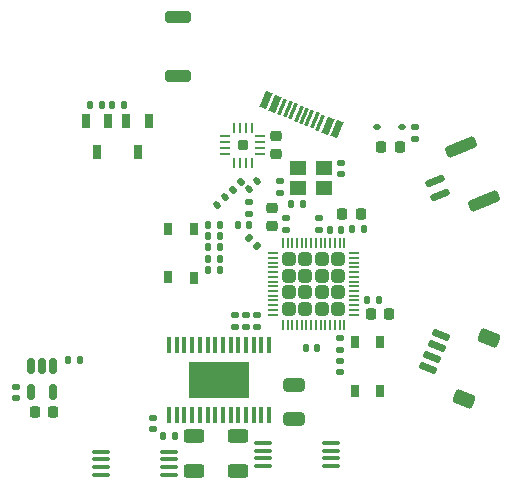
<source format=gtp>
G04 #@! TF.GenerationSoftware,KiCad,Pcbnew,(7.0.0)*
G04 #@! TF.CreationDate,2023-03-23T23:46:18+08:00*
G04 #@! TF.ProjectId,ServoLess,53657276-6f4c-4657-9373-2e6b69636164,rev?*
G04 #@! TF.SameCoordinates,Original*
G04 #@! TF.FileFunction,Paste,Top*
G04 #@! TF.FilePolarity,Positive*
%FSLAX46Y46*%
G04 Gerber Fmt 4.6, Leading zero omitted, Abs format (unit mm)*
G04 Created by KiCad (PCBNEW (7.0.0)) date 2023-03-23 23:46:18*
%MOMM*%
%LPD*%
G01*
G04 APERTURE LIST*
G04 Aperture macros list*
%AMRoundRect*
0 Rectangle with rounded corners*
0 $1 Rounding radius*
0 $2 $3 $4 $5 $6 $7 $8 $9 X,Y pos of 4 corners*
0 Add a 4 corners polygon primitive as box body*
4,1,4,$2,$3,$4,$5,$6,$7,$8,$9,$2,$3,0*
0 Add four circle primitives for the rounded corners*
1,1,$1+$1,$2,$3*
1,1,$1+$1,$4,$5*
1,1,$1+$1,$6,$7*
1,1,$1+$1,$8,$9*
0 Add four rect primitives between the rounded corners*
20,1,$1+$1,$2,$3,$4,$5,0*
20,1,$1+$1,$4,$5,$6,$7,0*
20,1,$1+$1,$6,$7,$8,$9,0*
20,1,$1+$1,$8,$9,$2,$3,0*%
%AMRotRect*
0 Rectangle, with rotation*
0 The origin of the aperture is its center*
0 $1 length*
0 $2 width*
0 $3 Rotation angle, in degrees counterclockwise*
0 Add horizontal line*
21,1,$1,$2,0,0,$3*%
G04 Aperture macros list end*
%ADD10RoundRect,0.147500X-0.147500X-0.172500X0.147500X-0.172500X0.147500X0.172500X-0.147500X0.172500X0*%
%ADD11RoundRect,0.150000X-0.150000X0.512500X-0.150000X-0.512500X0.150000X-0.512500X0.150000X0.512500X0*%
%ADD12RoundRect,0.135000X-0.185000X0.135000X-0.185000X-0.135000X0.185000X-0.135000X0.185000X0.135000X0*%
%ADD13R,1.400000X1.200000*%
%ADD14RoundRect,0.135000X0.135000X0.185000X-0.135000X0.185000X-0.135000X-0.185000X0.135000X-0.185000X0*%
%ADD15RoundRect,0.150000X0.520022X-0.377759X0.634827X-0.100595X-0.520022X0.377759X-0.634827X0.100595X0*%
%ADD16RoundRect,0.250000X0.466582X-0.572102X0.734461X0.074614X-0.466582X0.572102X-0.734461X-0.074614X0*%
%ADD17RoundRect,0.218750X-0.218750X-0.256250X0.218750X-0.256250X0.218750X0.256250X-0.218750X0.256250X0*%
%ADD18RoundRect,0.140000X0.170000X-0.140000X0.170000X0.140000X-0.170000X0.140000X-0.170000X-0.140000X0*%
%ADD19RoundRect,0.225000X0.250000X-0.225000X0.250000X0.225000X-0.250000X0.225000X-0.250000X-0.225000X0*%
%ADD20R,0.650000X1.050000*%
%ADD21RotRect,0.600000X1.450000X157.500000*%
%ADD22RotRect,0.300000X1.450000X157.500000*%
%ADD23RoundRect,0.140000X0.021213X-0.219203X0.219203X-0.021213X-0.021213X0.219203X-0.219203X0.021213X0*%
%ADD24RoundRect,0.135000X-0.135000X-0.185000X0.135000X-0.185000X0.135000X0.185000X-0.135000X0.185000X0*%
%ADD25RoundRect,0.140000X-0.140000X-0.170000X0.140000X-0.170000X0.140000X0.170000X-0.140000X0.170000X0*%
%ADD26RoundRect,0.147500X0.017678X-0.226274X0.226274X-0.017678X-0.017678X0.226274X-0.226274X0.017678X0*%
%ADD27R,0.650000X1.220000*%
%ADD28RoundRect,0.150000X0.704118X0.129296X0.589313X0.406460X-0.704118X-0.129296X-0.589313X-0.406460X0*%
%ADD29RoundRect,0.250000X1.111938X0.189982X0.920597X0.651922X-1.111938X-0.189982X-0.920597X-0.651922X0*%
%ADD30RoundRect,0.147500X-0.172500X0.147500X-0.172500X-0.147500X0.172500X-0.147500X0.172500X0.147500X0*%
%ADD31RoundRect,0.140000X-0.021213X0.219203X-0.219203X0.021213X0.021213X-0.219203X0.219203X-0.021213X0*%
%ADD32RoundRect,0.140000X0.140000X0.170000X-0.140000X0.170000X-0.140000X-0.170000X0.140000X-0.170000X0*%
%ADD33RoundRect,0.222500X0.222500X0.222500X-0.222500X0.222500X-0.222500X-0.222500X0.222500X-0.222500X0*%
%ADD34RoundRect,0.062500X0.325000X0.062500X-0.325000X0.062500X-0.325000X-0.062500X0.325000X-0.062500X0*%
%ADD35RoundRect,0.062500X0.062500X0.325000X-0.062500X0.325000X-0.062500X-0.325000X0.062500X-0.325000X0*%
%ADD36RoundRect,0.250000X0.850000X0.250000X-0.850000X0.250000X-0.850000X-0.250000X0.850000X-0.250000X0*%
%ADD37RoundRect,0.225000X0.225000X0.250000X-0.225000X0.250000X-0.225000X-0.250000X0.225000X-0.250000X0*%
%ADD38RoundRect,0.100000X0.637500X0.100000X-0.637500X0.100000X-0.637500X-0.100000X0.637500X-0.100000X0*%
%ADD39RoundRect,0.250000X-0.625000X0.312500X-0.625000X-0.312500X0.625000X-0.312500X0.625000X0.312500X0*%
%ADD40RoundRect,0.135000X0.185000X-0.135000X0.185000X0.135000X-0.185000X0.135000X-0.185000X-0.135000X0*%
%ADD41RoundRect,0.140000X-0.170000X0.140000X-0.170000X-0.140000X0.170000X-0.140000X0.170000X0.140000X0*%
%ADD42RoundRect,0.225000X-0.225000X-0.250000X0.225000X-0.250000X0.225000X0.250000X-0.225000X0.250000X0*%
%ADD43R,0.449999X1.400000*%
%ADD44R,5.180000X3.099999*%
%ADD45RoundRect,0.250000X-0.650000X0.325000X-0.650000X-0.325000X0.650000X-0.325000X0.650000X0.325000X0*%
%ADD46RoundRect,0.250000X-0.315000X-0.315000X0.315000X-0.315000X0.315000X0.315000X-0.315000X0.315000X0*%
%ADD47RoundRect,0.050000X-0.387500X-0.050000X0.387500X-0.050000X0.387500X0.050000X-0.387500X0.050000X0*%
%ADD48RoundRect,0.050000X-0.050000X-0.387500X0.050000X-0.387500X0.050000X0.387500X-0.050000X0.387500X0*%
%ADD49RoundRect,0.112500X0.187500X0.112500X-0.187500X0.112500X-0.187500X-0.112500X0.187500X-0.112500X0*%
%ADD50RoundRect,0.100000X-0.637500X-0.100000X0.637500X-0.100000X0.637500X0.100000X-0.637500X0.100000X0*%
%ADD51RoundRect,0.147500X-0.226274X-0.017678X-0.017678X-0.226274X0.226274X0.017678X0.017678X0.226274X0*%
G04 APERTURE END LIST*
D10*
X144265000Y-84600000D03*
X145235000Y-84600000D03*
D11*
X124100000Y-98312500D03*
X123150000Y-98312500D03*
X122200000Y-98312500D03*
X122200000Y-100587500D03*
X124100000Y-100587500D03*
D12*
X141400000Y-94015000D03*
X141400000Y-95035000D03*
D13*
X144799999Y-83249999D03*
X146999999Y-83249999D03*
X146999999Y-81549999D03*
X144799999Y-81549999D03*
D14*
X138235000Y-90225000D03*
X137215000Y-90225000D03*
D15*
X155803216Y-98495452D03*
X156185899Y-97571573D03*
X156568583Y-96647693D03*
X156951266Y-95723814D03*
D16*
X158885761Y-101179394D03*
X161028788Y-96005669D03*
D17*
X148562500Y-85512500D03*
X150137500Y-85512500D03*
D18*
X148500000Y-82080000D03*
X148500000Y-81120000D03*
D19*
X142650000Y-86525000D03*
X142650000Y-84975000D03*
D20*
X135999999Y-86724999D03*
X135999999Y-90874999D03*
X133849999Y-86724999D03*
X133849999Y-90849999D03*
D21*
X148118956Y-78313441D03*
X147379852Y-78007294D03*
D22*
X146271197Y-77548074D03*
X145347317Y-77165391D03*
X144885378Y-76974049D03*
X143961498Y-76591365D03*
D21*
X142852843Y-76132145D03*
X142113739Y-75825999D03*
X142113739Y-75825999D03*
X142852843Y-76132145D03*
D22*
X143499558Y-76400024D03*
X144423438Y-76782707D03*
X145809257Y-77356732D03*
X146733137Y-77739416D03*
D21*
X147379852Y-78007294D03*
X148118956Y-78313441D03*
D14*
X130085000Y-76250000D03*
X129065000Y-76250000D03*
X138235000Y-87350000D03*
X137215000Y-87350000D03*
D23*
X140685589Y-83389411D03*
X141364411Y-82710589D03*
D24*
X149390000Y-86762500D03*
X150410000Y-86762500D03*
D25*
X133420000Y-104300000D03*
X134380000Y-104300000D03*
D26*
X139302053Y-83417947D03*
X139987947Y-82732053D03*
D18*
X143850000Y-86805000D03*
X143850000Y-85845000D03*
D27*
X132199999Y-77614999D03*
X130299999Y-77614999D03*
X131249999Y-80234999D03*
D28*
X156880000Y-83860389D03*
X156401646Y-82705540D03*
D29*
X160544379Y-84344979D03*
X158650096Y-79771776D03*
D30*
X140675000Y-84490000D03*
X140675000Y-85460000D03*
D19*
X142987500Y-80387500D03*
X142987500Y-78837500D03*
D31*
X138639411Y-84060589D03*
X137960589Y-84739411D03*
D32*
X138205000Y-88300000D03*
X137245000Y-88300000D03*
D18*
X120950000Y-101080000D03*
X120950000Y-100120000D03*
D12*
X140450000Y-94015000D03*
X140450000Y-95035000D03*
D24*
X127190000Y-76250000D03*
X128210000Y-76250000D03*
D33*
X140150000Y-79662500D03*
D34*
X141612500Y-80412500D03*
X141612500Y-79912500D03*
X141612500Y-79412500D03*
X141612500Y-78912500D03*
D35*
X140900000Y-78200000D03*
X140400000Y-78200000D03*
X139900000Y-78200000D03*
X139400000Y-78200000D03*
D34*
X138687500Y-78912500D03*
X138687500Y-79412500D03*
X138687500Y-79912500D03*
X138687500Y-80412500D03*
D35*
X139400000Y-81125000D03*
X139900000Y-81125000D03*
X140400000Y-81125000D03*
X140900000Y-81125000D03*
D36*
X134700000Y-73825000D03*
X134700000Y-68825000D03*
D25*
X137245000Y-86400000D03*
X138205000Y-86400000D03*
D37*
X124125000Y-102250000D03*
X122575000Y-102250000D03*
D24*
X137215000Y-89250000D03*
X138235000Y-89250000D03*
D38*
X133887500Y-107550000D03*
X133887500Y-106900000D03*
X133887500Y-106250000D03*
X133887500Y-105600000D03*
X128162500Y-105600000D03*
X128162500Y-106250000D03*
X128162500Y-106900000D03*
X128162500Y-107550000D03*
D39*
X136000000Y-104287500D03*
X136000000Y-107212500D03*
D25*
X145495000Y-96825000D03*
X146455000Y-96825000D03*
D40*
X146600000Y-86822500D03*
X146600000Y-85802500D03*
D24*
X125340000Y-97850000D03*
X126360000Y-97850000D03*
D41*
X132525000Y-102745000D03*
X132525000Y-103705000D03*
D32*
X140680000Y-86375000D03*
X139720000Y-86375000D03*
D42*
X151025000Y-93962500D03*
X152575000Y-93962500D03*
D41*
X148375000Y-97895000D03*
X148375000Y-98855000D03*
D17*
X151887500Y-79800000D03*
X153462500Y-79800000D03*
D25*
X150720000Y-92762500D03*
X151680000Y-92762500D03*
D27*
X128749999Y-77614999D03*
X126849999Y-77614999D03*
X127799999Y-80234999D03*
D12*
X148375000Y-95977500D03*
X148375000Y-96997500D03*
D20*
X149649999Y-100449999D03*
X149649999Y-96299999D03*
X151799999Y-100449999D03*
X151799999Y-96324999D03*
D12*
X154700000Y-78125000D03*
X154700000Y-79145000D03*
D43*
X133925000Y-102499999D03*
X134575001Y-102499999D03*
X135225000Y-102499999D03*
X135875001Y-102499999D03*
X136524999Y-102499999D03*
X137175001Y-102499999D03*
X137824999Y-102499999D03*
X138475001Y-102499999D03*
X139124999Y-102499999D03*
X139775001Y-102499999D03*
X140424999Y-102499999D03*
X141075000Y-102499999D03*
X141724999Y-102499999D03*
X142375000Y-102499999D03*
X142375000Y-96599998D03*
X141724999Y-96599998D03*
X141075000Y-96599998D03*
X140424999Y-96599998D03*
X139775001Y-96599998D03*
X139124999Y-96599998D03*
X138475001Y-96599998D03*
X137824999Y-96599998D03*
X137175001Y-96599998D03*
X136524999Y-96599998D03*
X135875001Y-96599998D03*
X135225000Y-96599998D03*
X134575001Y-96599998D03*
X133925000Y-96599998D03*
D44*
X138150000Y-99550000D03*
D45*
X144500000Y-99925000D03*
X144500000Y-102875000D03*
D39*
X139725000Y-104287500D03*
X139725000Y-107212500D03*
D25*
X147520000Y-86812500D03*
X148480000Y-86812500D03*
D41*
X143300000Y-82720000D03*
X143300000Y-83680000D03*
D46*
X144050000Y-89300000D03*
X144050000Y-90700000D03*
X144050000Y-92100000D03*
X144050000Y-93500000D03*
X145450000Y-89300000D03*
X145450000Y-90700000D03*
X145450000Y-92100000D03*
X145450000Y-93500000D03*
X146850000Y-89300000D03*
X146850000Y-90700000D03*
X146850000Y-92100000D03*
X146850000Y-93500000D03*
X148250000Y-89300000D03*
X148250000Y-90700000D03*
X148250000Y-92100000D03*
X148250000Y-93500000D03*
D47*
X142712500Y-88800000D03*
X142712500Y-89200000D03*
X142712500Y-89600000D03*
X142712500Y-90000000D03*
X142712500Y-90400000D03*
X142712500Y-90800000D03*
X142712500Y-91200000D03*
X142712500Y-91600000D03*
X142712500Y-92000000D03*
X142712500Y-92400000D03*
X142712500Y-92800000D03*
X142712500Y-93200000D03*
X142712500Y-93600000D03*
X142712500Y-94000000D03*
D48*
X143550000Y-94837500D03*
X143950000Y-94837500D03*
X144350000Y-94837500D03*
X144750000Y-94837500D03*
X145150000Y-94837500D03*
X145550000Y-94837500D03*
X145950000Y-94837500D03*
X146350000Y-94837500D03*
X146750000Y-94837500D03*
X147150000Y-94837500D03*
X147550000Y-94837500D03*
X147950000Y-94837500D03*
X148350000Y-94837500D03*
X148750000Y-94837500D03*
D47*
X149587500Y-94000000D03*
X149587500Y-93600000D03*
X149587500Y-93200000D03*
X149587500Y-92800000D03*
X149587500Y-92400000D03*
X149587500Y-92000000D03*
X149587500Y-91600000D03*
X149587500Y-91200000D03*
X149587500Y-90800000D03*
X149587500Y-90400000D03*
X149587500Y-90000000D03*
X149587500Y-89600000D03*
X149587500Y-89200000D03*
X149587500Y-88800000D03*
D48*
X148750000Y-87962500D03*
X148350000Y-87962500D03*
X147950000Y-87962500D03*
X147550000Y-87962500D03*
X147150000Y-87962500D03*
X146750000Y-87962500D03*
X146350000Y-87962500D03*
X145950000Y-87962500D03*
X145550000Y-87962500D03*
X145150000Y-87962500D03*
X144750000Y-87962500D03*
X144350000Y-87962500D03*
X143950000Y-87962500D03*
X143550000Y-87962500D03*
D49*
X153600000Y-78075000D03*
X151500000Y-78075000D03*
D50*
X141862500Y-104875000D03*
X141862500Y-105525000D03*
X141862500Y-106175000D03*
X141862500Y-106825000D03*
X147587500Y-106825000D03*
X147587500Y-106175000D03*
X147587500Y-105525000D03*
X147587500Y-104875000D03*
D51*
X140682053Y-87482053D03*
X141367947Y-88167947D03*
D40*
X139500000Y-95035000D03*
X139500000Y-94015000D03*
M02*

</source>
